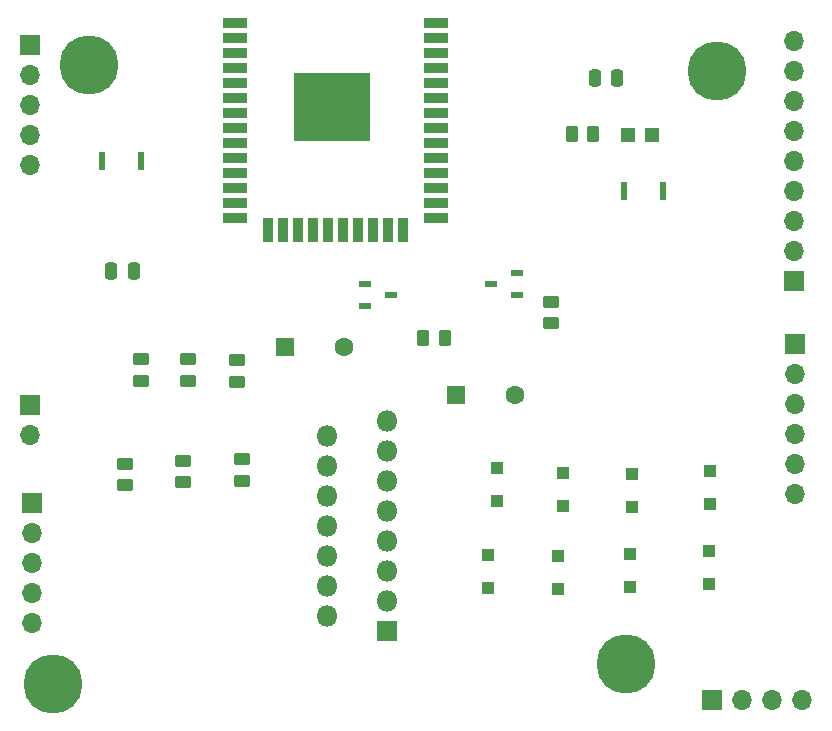
<source format=gbr>
%TF.GenerationSoftware,KiCad,Pcbnew,(6.0.2)*%
%TF.CreationDate,2022-03-09T23:50:45-05:00*%
%TF.ProjectId,car (1),63617220-2831-4292-9e6b-696361645f70,rev?*%
%TF.SameCoordinates,Original*%
%TF.FileFunction,Soldermask,Top*%
%TF.FilePolarity,Negative*%
%FSLAX46Y46*%
G04 Gerber Fmt 4.6, Leading zero omitted, Abs format (unit mm)*
G04 Created by KiCad (PCBNEW (6.0.2)) date 2022-03-09 23:50:45*
%MOMM*%
%LPD*%
G01*
G04 APERTURE LIST*
G04 Aperture macros list*
%AMRoundRect*
0 Rectangle with rounded corners*
0 $1 Rounding radius*
0 $2 $3 $4 $5 $6 $7 $8 $9 X,Y pos of 4 corners*
0 Add a 4 corners polygon primitive as box body*
4,1,4,$2,$3,$4,$5,$6,$7,$8,$9,$2,$3,0*
0 Add four circle primitives for the rounded corners*
1,1,$1+$1,$2,$3*
1,1,$1+$1,$4,$5*
1,1,$1+$1,$6,$7*
1,1,$1+$1,$8,$9*
0 Add four rect primitives between the rounded corners*
20,1,$1+$1,$2,$3,$4,$5,0*
20,1,$1+$1,$4,$5,$6,$7,0*
20,1,$1+$1,$6,$7,$8,$9,0*
20,1,$1+$1,$8,$9,$2,$3,0*%
G04 Aperture macros list end*
%ADD10R,0.550000X1.500000*%
%ADD11RoundRect,0.250000X-0.450000X0.262500X-0.450000X-0.262500X0.450000X-0.262500X0.450000X0.262500X0*%
%ADD12R,1.100000X1.100000*%
%ADD13R,1.700000X1.700000*%
%ADD14O,1.700000X1.700000*%
%ADD15R,1.600000X1.600000*%
%ADD16C,1.600000*%
%ADD17RoundRect,0.250000X0.450000X-0.262500X0.450000X0.262500X-0.450000X0.262500X-0.450000X-0.262500X0*%
%ADD18C,5.000000*%
%ADD19R,1.100000X0.600000*%
%ADD20R,1.200000X1.200000*%
%ADD21RoundRect,0.250000X0.262500X0.450000X-0.262500X0.450000X-0.262500X-0.450000X0.262500X-0.450000X0*%
%ADD22R,1.800000X1.800000*%
%ADD23O,1.800000X1.800000*%
%ADD24R,2.000000X0.900000*%
%ADD25R,0.900000X2.000000*%
%ADD26R,6.446400X5.783600*%
%ADD27RoundRect,0.250000X0.250000X0.475000X-0.250000X0.475000X-0.250000X-0.475000X0.250000X-0.475000X0*%
%ADD28RoundRect,0.250000X-0.250000X-0.475000X0.250000X-0.475000X0.250000X0.475000X-0.250000X0.475000X0*%
G04 APERTURE END LIST*
D10*
%TO.C,SW2*%
X109269000Y-65546800D03*
X106019000Y-65546800D03*
%TD*%
D11*
%TO.C,R1*%
X65074800Y-79806800D03*
X65074800Y-81631800D03*
%TD*%
D12*
%TO.C,D4*%
X113284000Y-92027200D03*
X113284000Y-89227200D03*
%TD*%
D13*
%TO.C,J4*%
X120446800Y-78486000D03*
D14*
X120446800Y-81026000D03*
X120446800Y-83566000D03*
X120446800Y-86106000D03*
X120446800Y-88646000D03*
X120446800Y-91186000D03*
%TD*%
D15*
%TO.C,C7*%
X77266800Y-78790800D03*
D16*
X82266800Y-78790800D03*
%TD*%
D11*
%TO.C,R2*%
X73609200Y-88241500D03*
X73609200Y-90066500D03*
%TD*%
D17*
%TO.C,R7*%
X99771200Y-76756900D03*
X99771200Y-74931900D03*
%TD*%
D12*
%TO.C,D5*%
X94437200Y-99139200D03*
X94437200Y-96339200D03*
%TD*%
D13*
%TO.C,J1*%
X120345200Y-73202800D03*
D14*
X120345200Y-70662800D03*
X120345200Y-68122800D03*
X120345200Y-65582800D03*
X120345200Y-63042800D03*
X120345200Y-60502800D03*
X120345200Y-57962800D03*
X120345200Y-55422800D03*
X120345200Y-52882800D03*
%TD*%
D13*
%TO.C,J2*%
X113446400Y-108610400D03*
D14*
X115986400Y-108610400D03*
X118526400Y-108610400D03*
X121066400Y-108610400D03*
%TD*%
D11*
%TO.C,R4*%
X63703200Y-88647900D03*
X63703200Y-90472900D03*
%TD*%
D18*
%TO.C,H3*%
X113842800Y-55372000D03*
%TD*%
D12*
%TO.C,D3*%
X106629200Y-92281200D03*
X106629200Y-89481200D03*
%TD*%
D19*
%TO.C,Q2*%
X96908800Y-74356000D03*
X96908800Y-72456000D03*
X94708800Y-73406000D03*
%TD*%
D20*
%TO.C,D9*%
X108390400Y-60807600D03*
X106290400Y-60807600D03*
%TD*%
D21*
%TO.C,R8*%
X90826600Y-78028800D03*
X89001600Y-78028800D03*
%TD*%
D18*
%TO.C,H4*%
X57658000Y-107289600D03*
%TD*%
D13*
%TO.C,J3*%
X55727600Y-83667600D03*
D14*
X55727600Y-86207600D03*
%TD*%
D11*
%TO.C,R3*%
X68681600Y-88393900D03*
X68681600Y-90218900D03*
%TD*%
%TO.C,R5*%
X73202800Y-79861400D03*
X73202800Y-81686400D03*
%TD*%
D18*
%TO.C,H1*%
X60706000Y-54914800D03*
%TD*%
D22*
%TO.C,U1*%
X85919800Y-102824200D03*
D23*
X80839800Y-101554200D03*
X85919800Y-100284200D03*
X80839800Y-99014200D03*
X85919800Y-97744200D03*
X80839800Y-96474200D03*
X85919800Y-95204200D03*
X80839800Y-93934200D03*
X85919800Y-92664200D03*
X80839800Y-91394200D03*
X85919800Y-90124200D03*
X80839800Y-88854200D03*
X85919800Y-87584200D03*
X80839800Y-86314200D03*
X85919800Y-85044200D03*
%TD*%
D15*
%TO.C,C3*%
X91780549Y-82804000D03*
D16*
X96780549Y-82804000D03*
%TD*%
D12*
%TO.C,D6*%
X100380800Y-99240800D03*
X100380800Y-96440800D03*
%TD*%
%TO.C,D2*%
X100838000Y-92230400D03*
X100838000Y-89430400D03*
%TD*%
%TO.C,D1*%
X95199200Y-91773200D03*
X95199200Y-88973200D03*
%TD*%
D10*
%TO.C,SW1*%
X61824200Y-62992000D03*
X65074200Y-62992000D03*
%TD*%
D13*
%TO.C,J6*%
X55880000Y-91948000D03*
D14*
X55880000Y-94488000D03*
X55880000Y-97028000D03*
X55880000Y-99568000D03*
X55880000Y-102108000D03*
%TD*%
D13*
%TO.C,J5*%
X55676800Y-53187600D03*
D14*
X55676800Y-55727600D03*
X55676800Y-58267600D03*
X55676800Y-60807600D03*
X55676800Y-63347600D03*
%TD*%
D11*
%TO.C,R6*%
X69037200Y-79808700D03*
X69037200Y-81633700D03*
%TD*%
D24*
%TO.C,IC1*%
X73056800Y-51311800D03*
X73056800Y-52581800D03*
X73056800Y-53851800D03*
X73056800Y-55121800D03*
X73056800Y-56391800D03*
X73056800Y-57661800D03*
X73056800Y-58931800D03*
X73056800Y-60201800D03*
X73056800Y-61471800D03*
X73056800Y-62741800D03*
X73056800Y-64011800D03*
X73056800Y-65281800D03*
X73056800Y-66551800D03*
X73056800Y-67821800D03*
D25*
X75841800Y-68821800D03*
X77111800Y-68821800D03*
X78381800Y-68821800D03*
X79651800Y-68821800D03*
X80921800Y-68821800D03*
X82191800Y-68821800D03*
X83461800Y-68821800D03*
X84731800Y-68821800D03*
X86001800Y-68821800D03*
X87271800Y-68821800D03*
D24*
X90056800Y-67821800D03*
X90056800Y-66551800D03*
X90056800Y-65281800D03*
X90056800Y-64011800D03*
X90056800Y-62741800D03*
X90056800Y-61471800D03*
X90056800Y-60201800D03*
X90056800Y-58931800D03*
X90056800Y-57661800D03*
X90056800Y-56391800D03*
X90056800Y-55121800D03*
X90056800Y-53851800D03*
X90056800Y-52581800D03*
X90056800Y-51311800D03*
D26*
X81280000Y-58420000D03*
%TD*%
D18*
%TO.C,H2*%
X106121200Y-105613200D03*
%TD*%
D12*
%TO.C,D7*%
X106527600Y-99088400D03*
X106527600Y-96288400D03*
%TD*%
D21*
%TO.C,R10*%
X103376100Y-60706000D03*
X101551100Y-60706000D03*
%TD*%
D27*
%TO.C,C4*%
X105410000Y-55981600D03*
X103510000Y-55981600D03*
%TD*%
D19*
%TO.C,Q1*%
X84040800Y-73421200D03*
X84040800Y-75321200D03*
X86240800Y-74371200D03*
%TD*%
D28*
%TO.C,C5*%
X62565200Y-72288400D03*
X64465200Y-72288400D03*
%TD*%
D12*
%TO.C,D8*%
X113182400Y-98783600D03*
X113182400Y-95983600D03*
%TD*%
M02*

</source>
